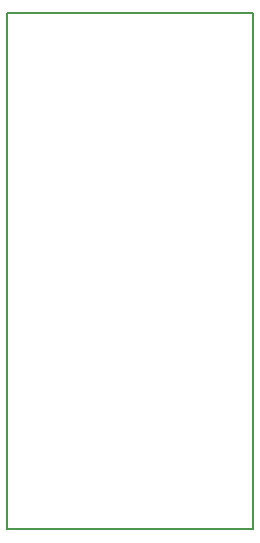
<source format=gm1>
G04 #@! TF.FileFunction,Profile,NP*
%FSLAX46Y46*%
G04 Gerber Fmt 4.6, Leading zero omitted, Abs format (unit mm)*
G04 Created by KiCad (PCBNEW 4.0.4+e1-6308~48~ubuntu16.04.1-stable) date Wed Oct 26 20:21:12 2016*
%MOMM*%
%LPD*%
G01*
G04 APERTURE LIST*
%ADD10C,0.101600*%
%ADD11C,0.150000*%
G04 APERTURE END LIST*
D10*
D11*
X181356000Y-123444000D02*
X202184000Y-123444000D01*
X181356000Y-79756000D02*
X181356000Y-123444000D01*
X202184000Y-79756000D02*
X202184000Y-123444000D01*
X181356000Y-79756000D02*
X202184000Y-79756000D01*
M02*

</source>
